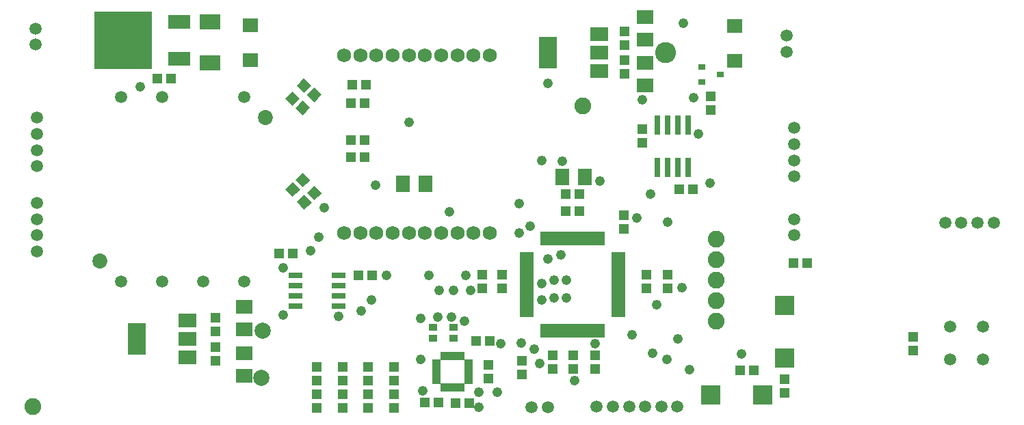
<source format=gts>
G75*
G70*
%OFA0B0*%
%FSLAX24Y24*%
%IPPOS*%
%LPD*%
%AMOC8*
5,1,8,0,0,1.08239X$1,22.5*
%
%ADD10R,0.0671X0.0198*%
%ADD11R,0.0198X0.0671*%
%ADD12R,0.0513X0.0513*%
%ADD13R,0.0474X0.0513*%
%ADD14R,0.0966X0.0966*%
%ADD15C,0.0820*%
%ADD16R,0.0870X0.0670*%
%ADD17R,0.0870X0.1580*%
%ADD18R,0.0789X0.0710*%
%ADD19C,0.0595*%
%ADD20R,0.0710X0.0789*%
%ADD21R,0.0218X0.0415*%
%ADD22R,0.0395X0.0218*%
%ADD23R,0.0434X0.0356*%
%ADD24R,0.0316X0.0946*%
%ADD25R,0.0336X0.0316*%
%ADD26R,0.0722X0.0678*%
%ADD27R,0.0671X0.0297*%
%ADD28C,0.0730*%
%ADD29R,0.2840X0.2840*%
%ADD30R,0.1070X0.0670*%
%ADD31R,0.0986X0.0769*%
%ADD32C,0.0680*%
%ADD33R,0.0513X0.0513*%
%ADD34C,0.0476*%
%ADD35C,0.0789*%
%ADD36C,0.1025*%
D10*
X026857Y006326D03*
X026857Y006523D03*
X026857Y006720D03*
X026857Y006917D03*
X026857Y007113D03*
X026857Y007310D03*
X026857Y007507D03*
X026857Y007704D03*
X026857Y007901D03*
X026857Y008098D03*
X026857Y008294D03*
X026857Y008491D03*
X026857Y008688D03*
X026857Y008885D03*
X026857Y009082D03*
X026857Y009279D03*
X031345Y009279D03*
X031345Y009082D03*
X031345Y008885D03*
X031345Y008688D03*
X031345Y008491D03*
X031345Y008294D03*
X031345Y008098D03*
X031345Y007901D03*
X031345Y007704D03*
X031345Y007507D03*
X031345Y007310D03*
X031345Y007113D03*
X031345Y006917D03*
X031345Y006720D03*
X031345Y006523D03*
X031345Y006326D03*
D11*
X030577Y005558D03*
X030380Y005558D03*
X030183Y005558D03*
X029987Y005558D03*
X029790Y005558D03*
X029593Y005558D03*
X029396Y005558D03*
X029199Y005558D03*
X029002Y005558D03*
X028806Y005558D03*
X028609Y005558D03*
X028412Y005558D03*
X028215Y005558D03*
X028018Y005558D03*
X027821Y005558D03*
X027624Y005558D03*
X027624Y010046D03*
X027821Y010046D03*
X028018Y010046D03*
X028215Y010046D03*
X028412Y010046D03*
X028609Y010046D03*
X028806Y010046D03*
X029002Y010046D03*
X029199Y010046D03*
X029396Y010046D03*
X029593Y010046D03*
X029790Y010046D03*
X029987Y010046D03*
X030183Y010046D03*
X030380Y010046D03*
X030577Y010046D03*
D12*
X031601Y010518D03*
X031601Y011187D03*
X029430Y011377D03*
X028761Y011377D03*
X028766Y012202D03*
X029435Y012202D03*
X034316Y012452D03*
X034985Y012452D03*
X032501Y014718D03*
X032501Y015387D03*
X035851Y016318D03*
X035851Y016987D03*
X031651Y018068D03*
X031651Y018737D03*
X031651Y019468D03*
X031651Y020137D03*
X019035Y017552D03*
X018366Y017552D03*
X018316Y016652D03*
X018985Y016652D03*
X018985Y014852D03*
X018316Y014852D03*
X018316Y014002D03*
X018985Y014002D03*
X009535Y017852D03*
X008866Y017852D03*
X014816Y009302D03*
X015485Y009302D03*
X018666Y008252D03*
X019335Y008252D03*
X024701Y008287D03*
X025671Y008287D03*
X025671Y007618D03*
X024701Y007618D03*
X024416Y005052D03*
X025085Y005052D03*
X026651Y004087D03*
X026651Y003418D03*
X025001Y003218D03*
X025001Y003887D03*
X024085Y002002D03*
X023416Y002002D03*
X022585Y002052D03*
X021916Y002052D03*
X020401Y001768D03*
X019151Y001768D03*
X017901Y001768D03*
X016651Y001768D03*
X016651Y002437D03*
X017901Y002437D03*
X019151Y002437D03*
X020401Y002437D03*
X020401Y003118D03*
X019151Y003118D03*
X017901Y003118D03*
X016651Y003118D03*
X016651Y003787D03*
X017901Y003787D03*
X019151Y003787D03*
X020401Y003787D03*
X011701Y004068D03*
X011701Y004737D03*
X011701Y005518D03*
X011701Y006187D03*
X029151Y004337D03*
X030201Y004337D03*
X030201Y003668D03*
X029151Y003668D03*
X037266Y003602D03*
X037935Y003602D03*
X039451Y003187D03*
X039451Y002518D03*
X045716Y004588D03*
X045716Y005257D03*
X040535Y008852D03*
X039866Y008852D03*
X033751Y008287D03*
X032701Y008287D03*
X032701Y007618D03*
X033751Y007618D03*
D13*
X028151Y004337D03*
X028151Y003668D03*
D14*
X035821Y002402D03*
X038380Y002402D03*
X039451Y004223D03*
X039451Y006782D03*
D15*
X002801Y001852D03*
X036101Y006002D03*
X036101Y006002D03*
X036101Y007002D03*
X036101Y007002D03*
X036101Y008002D03*
X036101Y008002D03*
X036101Y009002D03*
X036101Y009002D03*
X036101Y010002D03*
X036101Y010002D03*
X029601Y016502D03*
D16*
X030391Y018212D03*
X030391Y019112D03*
X030391Y020012D03*
X010341Y006062D03*
X010341Y005162D03*
X010341Y004262D03*
D17*
X007861Y005152D03*
X027911Y019102D03*
D18*
X032651Y018604D03*
X032651Y017501D03*
X032651Y019751D03*
X032651Y020854D03*
X013101Y006704D03*
X013101Y005601D03*
X013101Y004454D03*
X013101Y003351D03*
D19*
X013101Y007952D03*
X011101Y007952D03*
X009101Y007952D03*
X007101Y007952D03*
X003001Y009421D03*
X003001Y010209D03*
X003001Y010996D03*
X003001Y011783D03*
X003001Y013571D03*
X003001Y014359D03*
X003001Y015146D03*
X003001Y015933D03*
X007101Y016952D03*
X009101Y016952D03*
X013101Y016952D03*
X002951Y019509D03*
X002951Y020296D03*
X039551Y019946D03*
X039551Y019159D03*
X039901Y015433D03*
X039901Y014646D03*
X039901Y013859D03*
X039901Y013071D03*
X039901Y010996D03*
X039901Y010209D03*
X047265Y010822D03*
X048052Y010822D03*
X048839Y010822D03*
X049627Y010822D03*
X049103Y005750D03*
X047488Y005750D03*
X047488Y004135D03*
X049103Y004135D03*
X034219Y001852D03*
X033432Y001852D03*
X032644Y001852D03*
X031857Y001852D03*
X031070Y001852D03*
X030282Y001852D03*
X027894Y001802D03*
X027107Y001802D03*
D20*
X021952Y012702D03*
X020850Y012702D03*
X028600Y013052D03*
X029702Y013052D03*
D21*
X023743Y004330D03*
X023546Y004330D03*
X023349Y004330D03*
X023152Y004330D03*
X022956Y004330D03*
X022759Y004330D03*
X022759Y002775D03*
X022956Y002775D03*
X023152Y002775D03*
X023349Y002775D03*
X023546Y002775D03*
X023743Y002775D03*
D22*
X024038Y003060D03*
X024038Y003257D03*
X024038Y003454D03*
X024038Y003651D03*
X024038Y003848D03*
X024038Y004044D03*
X022463Y004044D03*
X022463Y003848D03*
X022463Y003651D03*
X022463Y003454D03*
X022463Y003257D03*
X022463Y003060D03*
D23*
X022301Y005196D03*
X022301Y005708D03*
X023301Y005708D03*
X023301Y005196D03*
D24*
X033251Y013529D03*
X033751Y013529D03*
X034251Y013529D03*
X034751Y013529D03*
X034751Y015576D03*
X034251Y015576D03*
X033751Y015576D03*
X033251Y015576D03*
D25*
X035408Y017678D03*
X036294Y018052D03*
X035408Y018426D03*
D26*
X037001Y018706D03*
X037001Y020399D03*
X013401Y020449D03*
X013401Y018756D03*
D27*
X015588Y008252D03*
X015588Y007752D03*
X015588Y007252D03*
X015588Y006752D03*
X017714Y006752D03*
X017714Y007252D03*
X017714Y007752D03*
X017714Y008252D03*
D28*
X006065Y008952D03*
X014136Y015952D03*
D29*
X007201Y019702D03*
D30*
X009921Y018802D03*
X009921Y020602D03*
D31*
X011451Y020602D03*
X011451Y018602D03*
D32*
X017977Y018983D03*
X018764Y018983D03*
X019552Y018983D03*
X020339Y018983D03*
X021126Y018983D03*
X021914Y018983D03*
X022701Y018983D03*
X023489Y018983D03*
X024276Y018983D03*
X025063Y018983D03*
X025063Y010322D03*
X024276Y010322D03*
X023489Y010322D03*
X022701Y010322D03*
X021914Y010322D03*
X021126Y010322D03*
X020339Y010322D03*
X019552Y010322D03*
X018764Y010322D03*
X017977Y010322D03*
D33*
G36*
X015673Y011831D02*
X016052Y012174D01*
X016395Y011795D01*
X016016Y011452D01*
X015673Y011831D01*
G37*
G36*
X016170Y012279D02*
X016549Y012622D01*
X016892Y012243D01*
X016513Y011900D01*
X016170Y012279D01*
G37*
G36*
X015826Y012427D02*
X015447Y012084D01*
X015104Y012463D01*
X015483Y012806D01*
X015826Y012427D01*
G37*
G36*
X016323Y012875D02*
X015944Y012532D01*
X015601Y012911D01*
X015980Y013254D01*
X016323Y012875D01*
G37*
G36*
X015968Y016052D02*
X015589Y016395D01*
X015932Y016774D01*
X016311Y016431D01*
X015968Y016052D01*
G37*
G36*
X015471Y016499D02*
X015092Y016842D01*
X015435Y017221D01*
X015814Y016878D01*
X015471Y016499D01*
G37*
G36*
X016532Y016696D02*
X016153Y017039D01*
X016496Y017418D01*
X016875Y017075D01*
X016532Y016696D01*
G37*
G36*
X016035Y017143D02*
X015656Y017486D01*
X015999Y017865D01*
X016378Y017522D01*
X016035Y017143D01*
G37*
D34*
X021126Y015729D03*
X027601Y013852D03*
X028601Y013802D03*
X030451Y012852D03*
X032901Y012202D03*
X032251Y011052D03*
X033751Y010852D03*
X035801Y012752D03*
X035251Y015152D03*
X035001Y016902D03*
X032501Y016802D03*
X027901Y017602D03*
X034501Y020552D03*
X019501Y012652D03*
X017001Y011552D03*
X016751Y010102D03*
X016351Y009452D03*
X015001Y008602D03*
X019301Y007052D03*
X018801Y006502D03*
X017701Y006252D03*
X015001Y006302D03*
X020051Y008252D03*
X022101Y008252D03*
X023901Y008252D03*
X024151Y007502D03*
X023301Y007502D03*
X022601Y007502D03*
X022551Y006202D03*
X021701Y006152D03*
X023201Y006202D03*
X023851Y006002D03*
X025601Y004902D03*
X026601Y004952D03*
X027251Y004652D03*
X027501Y003952D03*
X029201Y003102D03*
X025451Y002552D03*
X024551Y002552D03*
X024551Y001802D03*
X021801Y002602D03*
X021701Y004152D03*
X027601Y007052D03*
X028201Y007152D03*
X028801Y007152D03*
X027601Y007852D03*
X028201Y008002D03*
X028801Y008002D03*
X028551Y009252D03*
X027901Y009052D03*
X026501Y010302D03*
X027051Y010652D03*
X026501Y011752D03*
X023101Y011352D03*
X033201Y006802D03*
X034451Y007652D03*
X032001Y005352D03*
X030201Y004902D03*
X033001Y004452D03*
X033701Y004152D03*
X034801Y003652D03*
X037351Y004402D03*
X034251Y005152D03*
X008051Y017452D03*
D35*
X014001Y005552D03*
X013951Y003252D03*
D36*
X033651Y019102D03*
M02*

</source>
